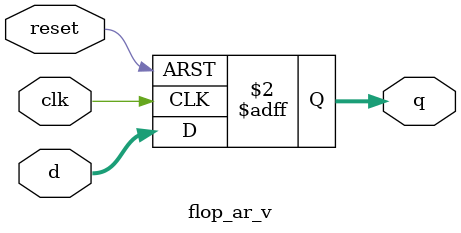
<source format=v>
module flop_ar_v
(
input clk,
input reset,
input [3:0] d,
output reg [3:0] q
);
// asynchronous reset
always @ (posedge clk, posedge reset)
	if (reset) 
		q <= 4'b0;
	else 
		q <= d;
endmodule
</source>
